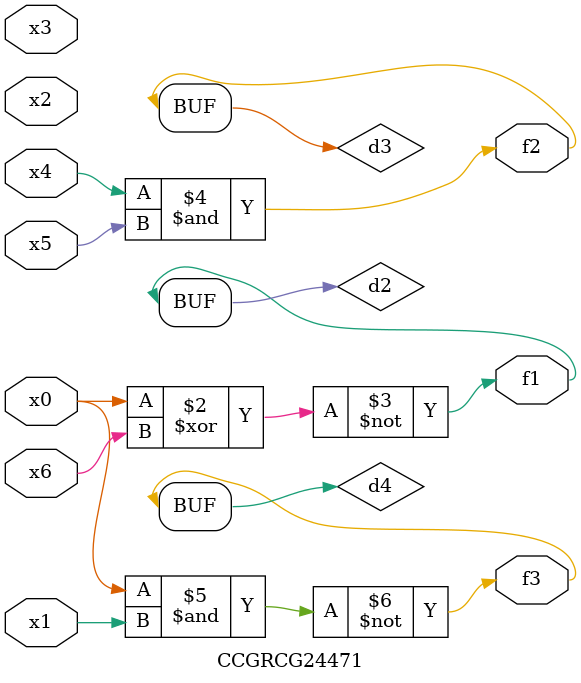
<source format=v>
module CCGRCG24471(
	input x0, x1, x2, x3, x4, x5, x6,
	output f1, f2, f3
);

	wire d1, d2, d3, d4;

	nor (d1, x0);
	xnor (d2, x0, x6);
	and (d3, x4, x5);
	nand (d4, x0, x1);
	assign f1 = d2;
	assign f2 = d3;
	assign f3 = d4;
endmodule

</source>
